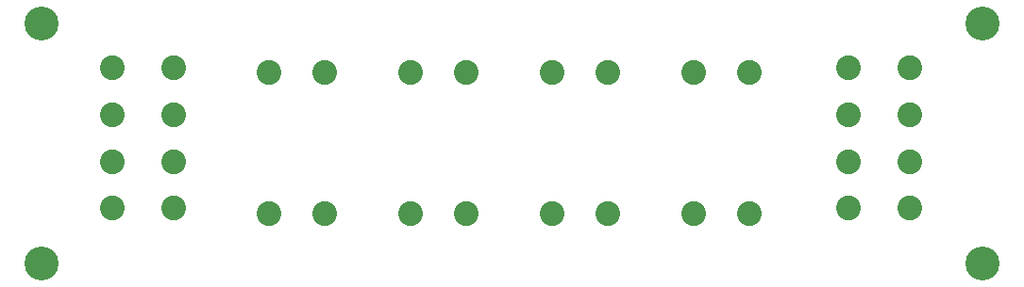
<source format=gbs>
G04 MADE WITH FRITZING*
G04 WWW.FRITZING.ORG*
G04 DOUBLE SIDED*
G04 HOLES PLATED*
G04 CONTOUR ON CENTER OF CONTOUR VECTOR*
%ASAXBY*%
%FSLAX23Y23*%
%MOIN*%
%OFA0B0*%
%SFA1.0B1.0*%
%ADD10C,0.087559*%
%ADD11C,0.120236*%
%LNMASK0*%
G90*
G70*
G54D10*
X357Y802D03*
X573Y802D03*
X357Y636D03*
X573Y636D03*
X357Y471D03*
X573Y471D03*
X357Y305D03*
X573Y305D03*
X2957Y802D03*
X3173Y802D03*
X2957Y636D03*
X3173Y636D03*
X2957Y471D03*
X3173Y471D03*
X2957Y305D03*
X3173Y305D03*
X2607Y286D03*
X2410Y286D03*
X2607Y786D03*
X2410Y786D03*
X2107Y286D03*
X1910Y286D03*
X2107Y786D03*
X1910Y786D03*
X1607Y286D03*
X1410Y286D03*
X1607Y786D03*
X1410Y786D03*
X1107Y286D03*
X910Y286D03*
X1107Y786D03*
X910Y786D03*
G54D11*
X3432Y111D03*
X107Y111D03*
X3432Y961D03*
X107Y961D03*
G04 End of Mask0*
M02*
</source>
